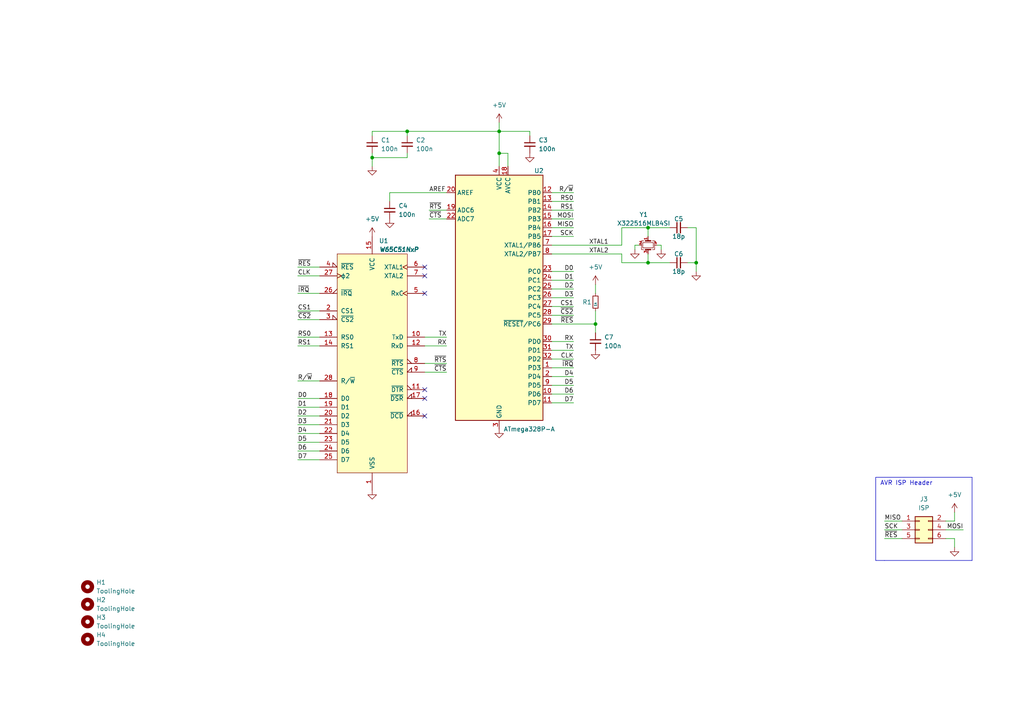
<source format=kicad_sch>
(kicad_sch (version 20230121) (generator eeschema)
  (paper "A4")
  (lib_symbols
    (symbol "65xx:W65C51NxP" (pin_names (offset 1.016))
      (property "Reference" "U" (at -10.16 33.02 0))
      (property "Value" "W65C51NxP" (at 0 0 90))
      (symbol "W65C51NxP_0_1"
        (rectangle (start -10.16 31.75) (end 10.16 -31.75) (fill (type background)))
      )
      (symbol "W65C51NxP_1_1"
        (pin power_in line (at 0 -36.83 90) (length 5.08) (name "VSS") (number "1"))
        (pin output line (at 15.24 7.62 180) (length 5.08) (name "TxD") (number "10"))
        (pin output output_low (at 15.24 -7.62 180) (length 5.08) (name "~{DTR}") (number "11"))
        (pin input line (at 15.24 5.08 180) (length 5.08) (name "RxD") (number "12"))
        (pin input line (at -15.24 7.62 0) (length 5.08) (name "RS0") (number "13"))
        (pin input line (at -15.24 5.08 0) (length 5.08) (name "RS1") (number "14"))
        (pin power_in line (at 0 36.83 270) (length 5.08) (name "VCC") (number "15"))
        (pin input input_low (at 15.24 -15.24 180) (length 5.08) (name "~{DCD}") (number "16"))
        (pin input input_low (at 15.24 -10.16 180) (length 5.08) (name "~{DSR}") (number "17"))
        (pin bidirectional line (at -15.24 -10.16 0) (length 5.08) (name "D0") (number "18"))
        (pin bidirectional line (at -15.24 -12.7 0) (length 5.08) (name "D1") (number "19"))
        (pin input line (at -15.24 15.24 0) (length 5.08) (name "CS1") (number "2"))
        (pin bidirectional line (at -15.24 -15.24 0) (length 5.08) (name "D2") (number "20"))
        (pin bidirectional line (at -15.24 -17.78 0) (length 5.08) (name "D3") (number "21"))
        (pin bidirectional line (at -15.24 -20.32 0) (length 5.08) (name "D4") (number "22"))
        (pin bidirectional line (at -15.24 -22.86 0) (length 5.08) (name "D5") (number "23"))
        (pin bidirectional line (at -15.24 -25.4 0) (length 5.08) (name "D6") (number "24"))
        (pin bidirectional line (at -15.24 -27.94 0) (length 5.08) (name "D7") (number "25"))
        (pin open_collector output_low (at -15.24 20.32 0) (length 5.08) (name "~{IRQ}") (number "26"))
        (pin input clock (at -15.24 25.4 0) (length 5.08) (name "ϕ2") (number "27"))
        (pin input line (at -15.24 -5.08 0) (length 5.08) (name "R/~{W}") (number "28"))
        (pin input input_low (at -15.24 12.7 0) (length 5.08) (name "~{CS2}") (number "3"))
        (pin input input_low (at -15.24 27.94 0) (length 5.08) (name "~{RES}") (number "4"))
        (pin bidirectional clock (at 15.24 20.32 180) (length 5.08) (name "RxC") (number "5"))
        (pin input clock (at 15.24 27.94 180) (length 5.08) (name "XTAL1") (number "6"))
        (pin output line (at 15.24 25.4 180) (length 5.08) (name "XTAL2") (number "7"))
        (pin output output_low (at 15.24 0 180) (length 5.08) (name "~{RTS}") (number "8"))
        (pin input input_low (at 15.24 -2.54 180) (length 5.08) (name "~{CTS}") (number "9"))
      )
    )
    (symbol "Connector_Generic:Conn_02x03_Odd_Even" (pin_names (offset 1.016) hide)
      (property "Reference" "J" (at 1.27 5.08 0))
      (property "Value" "Conn_02x03_Odd_Even" (at 1.27 -5.08 0))
      (symbol "Conn_02x03_Odd_Even_1_1"
        (rectangle (start -1.27 -2.413) (end 0 -2.667) (stroke (width 0.1524)))
        (rectangle (start -1.27 0.127) (end 0 -0.127) (stroke (width 0.1524)))
        (rectangle (start -1.27 2.667) (end 0 2.413) (stroke (width 0.1524)))
        (rectangle (start -1.27 3.81) (end 3.81 -3.81) (stroke (width 0.254)) (fill (type background)))
        (rectangle (start 3.81 -2.413) (end 2.54 -2.667) (stroke (width 0.1524)))
        (rectangle (start 3.81 0.127) (end 2.54 -0.127) (stroke (width 0.1524)))
        (rectangle (start 3.81 2.667) (end 2.54 2.413) (stroke (width 0.1524)))
        (pin passive line (at -5.08 2.54 0) (length 3.81) (name "Pin_1") (number "1"))
        (pin passive line (at 7.62 2.54 180) (length 3.81) (name "Pin_2") (number "2"))
        (pin passive line (at -5.08 0 0) (length 3.81) (name "Pin_3") (number "3"))
        (pin passive line (at 7.62 0 180) (length 3.81) (name "Pin_4") (number "4"))
        (pin passive line (at -5.08 -2.54 0) (length 3.81) (name "Pin_5") (number "5"))
        (pin passive line (at 7.62 -2.54 180) (length 3.81) (name "Pin_6") (number "6"))
      )
    )
    (symbol "Device:C_Small" (pin_numbers hide) (pin_names (offset 0.254) hide)
      (property "Reference" "C" (at 0.254 1.778 0))
      (property "Value" "C_Small" (at 0.254 -2.032 0))
      (symbol "C_Small_0_1"
        (polyline (pts (xy -1.524 -0.508) (xy 1.524 -0.508)) (stroke (width 0.3302)))
        (polyline (pts (xy -1.524 0.508) (xy 1.524 0.508)) (stroke (width 0.3048)))
      )
      (symbol "C_Small_1_1"
        (pin passive line (at 0 2.54 270) (length 2.032) (name "~") (number "1"))
        (pin passive line (at 0 -2.54 90) (length 2.032) (name "~") (number "2"))
      )
    )
    (symbol "Device:Crystal_GND24_Small" (pin_names (offset 1.016) hide)
      (property "Reference" "Y" (at 1.27 4.445 0))
      (property "Value" "Crystal_GND24_Small" (at 1.27 2.54 0))
      (symbol "Crystal_GND24_Small_0_1"
        (rectangle (start -0.762 -1.524) (end 0.762 1.524))
        (polyline (pts (xy -1.27 -0.762) (xy -1.27 0.762)) (stroke (width 0.381)))
        (polyline (pts (xy 1.27 -0.762) (xy 1.27 0.762)) (stroke (width 0.381)))
        (polyline (pts (xy -1.27 -1.27) (xy -1.27 -1.905) (xy 1.27 -1.905) (xy 1.27 -1.27)))
        (polyline (pts (xy -1.27 1.27) (xy -1.27 1.905) (xy 1.27 1.905) (xy 1.27 1.27)))
      )
      (symbol "Crystal_GND24_Small_1_1"
        (pin passive line (at -2.54 0 0) (length 1.27) (name "1") (number "1"))
        (pin passive line (at 0 -2.54 90) (length 0.635) (name "2") (number "2"))
        (pin passive line (at 2.54 0 180) (length 1.27) (name "3") (number "3"))
        (pin passive line (at 0 2.54 270) (length 0.635) (name "4") (number "4"))
      )
    )
    (symbol "Device:R_Small" (pin_numbers hide) (pin_names (offset 0.254) hide)
      (property "Reference" "R" (at 0.762 0.508 0))
      (property "Value" "R_Small" (at 0.762 -1.016 0))
      (symbol "R_Small_0_1"
        (rectangle (start -0.762 1.778) (end 0.762 -1.778) (stroke (width 0.2032)))
      )
      (symbol "R_Small_1_1"
        (pin passive line (at 0 2.54 270) (length 0.762) (name "~") (number "1"))
        (pin passive line (at 0 -2.54 90) (length 0.762) (name "~") (number "2"))
      )
    )
    (symbol "MCU_Microchip_ATmega:ATmega328P-A"
      (property "Reference" "U" (at -12.7 36.83 0))
      (property "Value" "ATmega328P-A" (at 2.54 -36.83 0))
      (symbol "ATmega328P-A_0_1"
        (rectangle (start -12.7 -35.56) (end 12.7 35.56) (stroke (width 0.254)) (fill (type background)))
      )
      (symbol "ATmega328P-A_1_1"
        (pin bidirectional line (at 15.24 -20.32 180) (length 2.54) (name "PD3") (number "1"))
        (pin bidirectional line (at 15.24 -27.94 180) (length 2.54) (name "PD6") (number "10"))
        (pin bidirectional line (at 15.24 -30.48 180) (length 2.54) (name "PD7") (number "11"))
        (pin bidirectional line (at 15.24 30.48 180) (length 2.54) (name "PB0") (number "12"))
        (pin bidirectional line (at 15.24 27.94 180) (length 2.54) (name "PB1") (number "13"))
        (pin bidirectional line (at 15.24 25.4 180) (length 2.54) (name "PB2") (number "14"))
        (pin bidirectional line (at 15.24 22.86 180) (length 2.54) (name "PB3") (number "15"))
        (pin bidirectional line (at 15.24 20.32 180) (length 2.54) (name "PB4") (number "16"))
        (pin bidirectional line (at 15.24 17.78 180) (length 2.54) (name "PB5") (number "17"))
        (pin power_in line (at 2.54 38.1 270) (length 2.54) (name "AVCC") (number "18"))
        (pin input line (at -15.24 25.4 0) (length 2.54) (name "ADC6") (number "19"))
        (pin bidirectional line (at 15.24 -22.86 180) (length 2.54) (name "PD4") (number "2"))
        (pin passive line (at -15.24 30.48 0) (length 2.54) (name "AREF") (number "20"))
        (pin passive line (at 0 -38.1 90) (length 2.54) hide (name "GND") (number "21"))
        (pin input line (at -15.24 22.86 0) (length 2.54) (name "ADC7") (number "22"))
        (pin bidirectional line (at 15.24 7.62 180) (length 2.54) (name "PC0") (number "23"))
        (pin bidirectional line (at 15.24 5.08 180) (length 2.54) (name "PC1") (number "24"))
        (pin bidirectional line (at 15.24 2.54 180) (length 2.54) (name "PC2") (number "25"))
        (pin bidirectional line (at 15.24 0 180) (length 2.54) (name "PC3") (number "26"))
        (pin bidirectional line (at 15.24 -2.54 180) (length 2.54) (name "PC4") (number "27"))
        (pin bidirectional line (at 15.24 -5.08 180) (length 2.54) (name "PC5") (number "28"))
        (pin bidirectional line (at 15.24 -7.62 180) (length 2.54) (name "~{RESET}/PC6") (number "29"))
        (pin power_in line (at 0 -38.1 90) (length 2.54) (name "GND") (number "3"))
        (pin bidirectional line (at 15.24 -12.7 180) (length 2.54) (name "PD0") (number "30"))
        (pin bidirectional line (at 15.24 -15.24 180) (length 2.54) (name "PD1") (number "31"))
        (pin bidirectional line (at 15.24 -17.78 180) (length 2.54) (name "PD2") (number "32"))
        (pin power_in line (at 0 38.1 270) (length 2.54) (name "VCC") (number "4"))
        (pin passive line (at 0 -38.1 90) (length 2.54) hide (name "GND") (number "5"))
        (pin passive line (at 0 38.1 270) (length 2.54) hide (name "VCC") (number "6"))
        (pin bidirectional line (at 15.24 15.24 180) (length 2.54) (name "XTAL1/PB6") (number "7"))
        (pin bidirectional line (at 15.24 12.7 180) (length 2.54) (name "XTAL2/PB7") (number "8"))
        (pin bidirectional line (at 15.24 -25.4 180) (length 2.54) (name "PD5") (number "9"))
      )
    )
    (symbol "Mechanical:MountingHole" (pin_names (offset 1.016))
      (property "Reference" "H" (at 0 5.08 0))
      (property "Value" "MountingHole" (at 0 3.175 0))
      (symbol "MountingHole_0_1"
        (circle (center 0 0) (radius 1.27) (stroke (width 1.27)))
      )
    )
    (symbol "power:+5V" (power) (pin_names (offset 0))
      (property "Value" "+5V" (at 0 3.556 0))
      (symbol "+5V_0_1"
        (polyline (pts (xy -0.762 1.27) (xy 0 2.54)))
        (polyline (pts (xy 0 0) (xy 0 2.54)))
        (polyline (pts (xy 0 2.54) (xy 0.762 1.27)))
      )
      (symbol "+5V_1_1"
        (pin power_in line (at 0 0 90) (length 0) hide (name "+5V") (number "1"))
      )
    )
    (symbol "power:GND" (power) (pin_names (offset 0))
      (property "Value" "GND" (at 0 -3.81 0))
      (symbol "GND_0_1"
        (polyline (pts (xy 0 0) (xy 0 -1.27) (xy 1.27 -1.27) (xy 0 -2.54) (xy -1.27 -1.27) (xy 0 -1.27)))
      )
      (symbol "GND_1_1"
        (pin power_in line (at 0 0 270) (length 0) hide (name "GND") (number "1"))
      )
    )
  )
  (junction (at 144.78 38.1))
  (junction (at 201.93 76.2))
  (junction (at 107.95 45.72))
  (junction (at 118.11 38.1))
  (junction (at 144.78 44.45))
  (junction (at 187.96 76.2))
  (junction (at 187.96 66.04))
  (junction (at 172.72 93.98))
  (no_connect (at 123.19 113.03))
  (no_connect (at 123.19 80.01))
  (no_connect (at 123.19 120.65))
  (no_connect (at 123.19 77.47))
  (no_connect (at 123.19 115.57))
  (no_connect (at 123.19 85.09))
  (wire (pts (xy 123.19 105.41) (xy 129.54 105.41)))
  (wire (pts (xy 172.72 93.98) (xy 172.72 96.52)))
  (wire (pts (xy 86.36 128.27) (xy 92.71 128.27)))
  (wire (pts (xy 187.96 76.2) (xy 194.31 76.2)))
  (wire (pts (xy 201.93 66.04) (xy 201.93 76.2)))
  (wire (pts (xy 160.02 81.28) (xy 166.37 81.28)))
  (wire (pts (xy 118.11 38.1) (xy 118.11 39.37)))
  (wire (pts (xy 199.39 76.2) (xy 201.93 76.2)))
  (wire (pts (xy 160.02 73.66) (xy 180.34 73.66)))
  (polyline (pts (xy 256.54 162.56) (xy 281.94 162.56)))
  (wire (pts (xy 86.36 120.65) (xy 92.71 120.65)))
  (wire (pts (xy 86.36 125.73) (xy 92.71 125.73)))
  (wire (pts (xy 187.96 66.04) (xy 194.31 66.04)))
  (wire (pts (xy 160.02 109.22) (xy 166.37 109.22)))
  (wire (pts (xy 86.36 118.11) (xy 92.71 118.11)))
  (wire (pts (xy 184.15 71.12) (xy 185.42 71.12)))
  (wire (pts (xy 160.02 68.58) (xy 166.37 68.58)))
  (wire (pts (xy 86.36 133.35) (xy 92.71 133.35)))
  (wire (pts (xy 160.02 99.06) (xy 166.37 99.06)))
  (wire (pts (xy 160.02 93.98) (xy 172.72 93.98)))
  (polyline (pts (xy 281.94 162.56) (xy 281.94 138.43)))
  (wire (pts (xy 160.02 83.82) (xy 166.37 83.82)))
  (wire (pts (xy 187.96 66.04) (xy 180.34 66.04)))
  (wire (pts (xy 118.11 38.1) (xy 144.78 38.1)))
  (wire (pts (xy 160.02 111.76) (xy 166.37 111.76)))
  (wire (pts (xy 147.32 44.45) (xy 144.78 44.45)))
  (wire (pts (xy 86.36 90.17) (xy 92.71 90.17)))
  (wire (pts (xy 86.36 85.09) (xy 92.71 85.09)))
  (wire (pts (xy 124.46 60.96) (xy 129.54 60.96)))
  (wire (pts (xy 199.39 66.04) (xy 201.93 66.04)))
  (wire (pts (xy 187.96 73.66) (xy 187.96 76.2)))
  (wire (pts (xy 113.03 55.88) (xy 113.03 58.42)))
  (wire (pts (xy 274.32 151.13) (xy 276.86 151.13)))
  (wire (pts (xy 180.34 66.04) (xy 180.34 71.12)))
  (polyline (pts (xy 254 162.56) (xy 256.54 162.56)))
  (wire (pts (xy 187.96 76.2) (xy 180.34 76.2)))
  (wire (pts (xy 187.96 68.58) (xy 187.96 66.04)))
  (wire (pts (xy 184.15 72.39) (xy 184.15 71.12)))
  (wire (pts (xy 86.36 100.33) (xy 92.71 100.33)))
  (wire (pts (xy 160.02 58.42) (xy 166.37 58.42)))
  (wire (pts (xy 118.11 45.72) (xy 107.95 45.72)))
  (wire (pts (xy 123.19 100.33) (xy 129.54 100.33)))
  (wire (pts (xy 86.36 123.19) (xy 92.71 123.19)))
  (wire (pts (xy 276.86 151.13) (xy 276.86 148.59)))
  (wire (pts (xy 191.77 72.39) (xy 191.77 71.12)))
  (wire (pts (xy 160.02 104.14) (xy 166.37 104.14)))
  (wire (pts (xy 123.19 97.79) (xy 129.54 97.79)))
  (wire (pts (xy 180.34 73.66) (xy 180.34 76.2)))
  (wire (pts (xy 107.95 44.45) (xy 107.95 45.72)))
  (wire (pts (xy 172.72 82.55) (xy 172.72 85.09)))
  (wire (pts (xy 147.32 48.26) (xy 147.32 44.45)))
  (wire (pts (xy 160.02 78.74) (xy 166.37 78.74)))
  (wire (pts (xy 256.54 151.13) (xy 261.62 151.13)))
  (wire (pts (xy 86.36 130.81) (xy 92.71 130.81)))
  (wire (pts (xy 256.54 153.67) (xy 261.62 153.67)))
  (wire (pts (xy 274.32 153.67) (xy 279.4 153.67)))
  (wire (pts (xy 160.02 66.04) (xy 166.37 66.04)))
  (wire (pts (xy 160.02 88.9) (xy 166.37 88.9)))
  (wire (pts (xy 118.11 44.45) (xy 118.11 45.72)))
  (wire (pts (xy 160.02 86.36) (xy 166.37 86.36)))
  (wire (pts (xy 144.78 38.1) (xy 144.78 44.45)))
  (wire (pts (xy 160.02 91.44) (xy 166.37 91.44)))
  (wire (pts (xy 153.67 39.37) (xy 153.67 38.1)))
  (wire (pts (xy 274.32 156.21) (xy 276.86 156.21)))
  (wire (pts (xy 86.36 110.49) (xy 92.71 110.49)))
  (wire (pts (xy 160.02 106.68) (xy 166.37 106.68)))
  (wire (pts (xy 86.36 92.71) (xy 92.71 92.71)))
  (wire (pts (xy 86.36 115.57) (xy 92.71 115.57)))
  (polyline (pts (xy 281.94 138.43) (xy 254 138.43)))
  (wire (pts (xy 160.02 116.84) (xy 166.37 116.84)))
  (wire (pts (xy 144.78 44.45) (xy 144.78 48.26)))
  (wire (pts (xy 256.54 156.21) (xy 261.62 156.21)))
  (wire (pts (xy 160.02 63.5) (xy 166.37 63.5)))
  (wire (pts (xy 86.36 77.47) (xy 92.71 77.47)))
  (wire (pts (xy 172.72 90.17) (xy 172.72 93.98)))
  (wire (pts (xy 107.95 38.1) (xy 118.11 38.1)))
  (wire (pts (xy 107.95 48.26) (xy 107.95 45.72)))
  (wire (pts (xy 113.03 55.88) (xy 129.54 55.88)))
  (wire (pts (xy 160.02 71.12) (xy 180.34 71.12)))
  (wire (pts (xy 86.36 80.01) (xy 92.71 80.01)))
  (wire (pts (xy 86.36 97.79) (xy 92.71 97.79)))
  (wire (pts (xy 124.46 63.5) (xy 129.54 63.5)))
  (polyline (pts (xy 254 138.43) (xy 254 162.56)))
  (wire (pts (xy 160.02 55.88) (xy 166.37 55.88)))
  (wire (pts (xy 201.93 76.2) (xy 201.93 78.74)))
  (wire (pts (xy 160.02 60.96) (xy 166.37 60.96)))
  (wire (pts (xy 144.78 35.56) (xy 144.78 38.1)))
  (wire (pts (xy 276.86 156.21) (xy 276.86 158.75)))
  (wire (pts (xy 123.19 107.95) (xy 129.54 107.95)))
  (wire (pts (xy 160.02 101.6) (xy 166.37 101.6)))
  (wire (pts (xy 191.77 71.12) (xy 190.5 71.12)))
  (wire (pts (xy 107.95 38.1) (xy 107.95 39.37)))
  (wire (pts (xy 160.02 114.3) (xy 166.37 114.3)))
  (wire (pts (xy 153.67 38.1) (xy 144.78 38.1)))
  (text "AVR ISP Header" (at 255.27 140.97 0) (effects (font (size 1.27 1.27)) (justify left bottom)))
  (label "D2" (at 166.37 83.82 180))
  (label "D7" (at 86.36 133.35 0))
  (label "XTAL2" (at 176.53 73.66 180))
  (label "D7" (at 166.37 116.84 180))
  (label "~{IRQ}" (at 86.36 85.09 0))
  (label "CLK" (at 86.36 80.01 0))
  (label "D6" (at 86.36 130.81 0))
  (label "MOSI" (at 279.4 153.67 180))
  (label "D0" (at 86.36 115.57 0))
  (label "D5" (at 166.37 111.76 180))
  (label "~{IRQ}" (at 166.37 106.68 180))
  (label "~{CTS}" (at 124.46 63.5 0))
  (label "~{RTS}" (at 129.54 105.41 180))
  (label "XTAL1" (at 176.53 71.12 180))
  (label "D2" (at 86.36 120.65 0))
  (label "TX" (at 129.54 97.79 180))
  (label "RS0" (at 86.36 97.79 0))
  (label "MISO" (at 166.37 66.04 180))
  (label "D0" (at 166.37 78.74 180))
  (label "SCK" (at 166.37 68.58 180))
  (label "D3" (at 86.36 123.19 0))
  (label "D3" (at 166.37 86.36 180))
  (label "~{CS2}" (at 166.37 91.44 180))
  (label "TX" (at 166.37 101.6 180))
  (label "~{RTS}" (at 124.46 60.96 0))
  (label "~{CTS}" (at 129.54 107.95 180))
  (label "D6" (at 166.37 114.3 180))
  (label "D4" (at 86.36 125.73 0))
  (label "D1" (at 86.36 118.11 0))
  (label "MISO" (at 256.54 151.13 0))
  (label "CS1" (at 86.36 90.17 0))
  (label "R{slash}~{W}" (at 86.36 110.49 0))
  (label "D4" (at 166.37 109.22 180))
  (label "R{slash}~{W}" (at 166.37 55.88 180))
  (label "D1" (at 166.37 81.28 180))
  (label "~{CS2}" (at 86.36 92.71 0))
  (label "SCK" (at 256.54 153.67 0))
  (label "CS1" (at 166.37 88.9 180))
  (label "MOSI" (at 166.37 63.5 180))
  (label "RS1" (at 166.37 60.96 180))
  (label "D5" (at 86.36 128.27 0))
  (label "~{RES}" (at 256.54 156.21 0))
  (label "AREF" (at 124.46 55.88 0))
  (label "RX" (at 166.37 99.06 180))
  (label "RS0" (at 166.37 58.42 180))
  (label "RS1" (at 86.36 100.33 0))
  (label "~{RES}" (at 166.37 93.98 180))
  (label "RX" (at 129.54 100.33 180))
  (label "CLK" (at 166.37 104.14 180))
  (label "~{RES}" (at 86.36 77.47 0))
  (symbol (lib_id "Device:C_Small") (at 172.72 99.06 0) (unit 1)
    (property "Reference" "C7" (at 175.26 97.7962 0) (effects (justify left)))
    (property "Value" "100n" (at 175.26 100.3362 0) (effects (justify left)))
    (property "Footprint" "Capacitor_SMD:C_0402_1005Metric" (effects hide))
    (property "Datasheet" "https://datasheet.lcsc.com/lcsc/1810191219_Samsung-Electro-Mechanics-CL05B104KO5NNNC_C1525.pdf" (effects hide))
    (property "Mfr" "Samsung Electro-Mechanics" (effects hide))
    (property "Mfr Part" "CL05B104KO5NNNC" (effects hide))
    (property "Sup Part" "C1525" (effects hide))
    (property "Sup" "JLCPCB" (effects hide))
  )
  (symbol (lib_id "MCU_Microchip_ATmega:ATmega328P-A") (at 144.78 86.36 0) (unit 1)
    (property "Reference" "U2" (at 154.94 49.53 0) (effects (justify left)))
    (property "Value" "ATmega328P-A" (at 146.05 124.46 0) (effects (justify left)))
    (property "Footprint" "Package_QFP:TQFP-32_7x7mm_P0.8mm" (effects hide))
    (property "Datasheet" "http://ww1.microchip.com/downloads/en/DeviceDoc/ATmega328_P%20AVR%20MCU%20with%20picoPower%20Technology%20Data%20Sheet%2040001984A.pdf" (effects hide))
    (property "Mfr" "Microchip Tech" (effects hide))
    (property "Mfr Part" "ATMEGA328P-AU" (effects hide))
    (property "Sup Part" "C14877" (effects hide))
    (property "Sup" "JLCPCB" (effects hide))
  )
  (symbol (lib_id "Device:C_Small") (at 196.85 66.04 90) (unit 1)
    (property "Reference" "C5" (at 196.85 63.5 90))
    (property "Value" "18p" (at 196.85 68.58 90))
    (property "Footprint" "Capacitor_SMD:C_0402_1005Metric" (effects hide))
    (property "Datasheet" "https://datasheet.lcsc.com/lcsc/1811141814_FH--Guangdong-Fenghua-Advanced-Tech-0402CG180J500NT_C1549.pdf" (effects hide))
    (property "Mfr" "FH (Guangdong Fenghua Advanced Tech)" (effects hide))
    (property "Mfr Part" "0402CG180J500NT" (effects hide))
    (property "Sup" "JLCPCB" (effects hide))
    (property "Sup Part" "C1549" (effects hide))
  )
  (symbol (lib_id "power:GND") (at 184.15 72.39 0) (unit 1)
    (property "Reference" "#PWR011" (effects hide))
    (property "Value" "GND" (effects hide))
  )
  (symbol (lib_id "Device:C_Small") (at 107.95 41.91 0) (unit 1)
    (property "Reference" "C1" (at 110.49 40.6462 0) (effects (justify left)))
    (property "Value" "100n" (at 110.49 43.1862 0) (effects (justify left)))
    (property "Footprint" "Capacitor_SMD:C_0402_1005Metric" (effects hide))
    (property "Datasheet" "https://datasheet.lcsc.com/lcsc/1810191219_Samsung-Electro-Mechanics-CL05B104KO5NNNC_C1525.pdf" (effects hide))
    (property "Mfr" "Samsung Electro-Mechanics" (effects hide))
    (property "Mfr Part" "CL05B104KO5NNNC" (effects hide))
    (property "Sup Part" "C1525" (effects hide))
    (property "Sup" "JLCPCB" (effects hide))
  )
  (symbol (lib_id "power:GND") (at 172.72 101.6 0) (unit 1)
    (property "Reference" "#PWR015" (effects hide))
    (property "Value" "GND" (effects hide))
  )
  (symbol (lib_id "power:GND") (at 191.77 72.39 0) (unit 1)
    (property "Reference" "#PWR012" (effects hide))
    (property "Value" "GND" (effects hide))
  )
  (symbol (lib_id "Mechanical:MountingHole") (at 25.4 175.26 0) (unit 1)
    (property "Reference" "H2" (at 27.94 173.9899 0) (effects (justify left)))
    (property "Value" "ToolingHole" (at 27.94 176.5299 0) (effects (justify left)))
    (property "Footprint" "ClockEater-Library:ToolingHole_JLCPCB" (effects hide))
  )
  (symbol (lib_id "Device:R_Small") (at 172.72 87.63 0) (unit 1)
    (property "Reference" "R1" (at 168.91 87.63 0) (effects (justify left)))
    (property "Value" "1k" (at 172.72 88.9 90) (effects (font (size 0.65 0.65)) (justify left)))
    (property "Footprint" "Resistor_SMD:R_0402_1005Metric" (effects hide))
    (property "Datasheet" "https://datasheet.lcsc.com/lcsc/2206010216_UNI-ROYAL-Uniroyal-Elec-0402WGF1001TCE_C11702.pdf" (effects hide))
    (property "Mfr" "UNI-ROYAL(Uniroyal Elec)" (effects hide))
    (property "Mfr Part" "0402WGF1001TCE" (effects hide))
    (property "Sup Part" "C11702" (effects hide))
    (property "Sup" "JLCPCB" (effects hide))
  )
  (symbol (lib_id "power:GND") (at 107.95 48.26 0) (unit 1)
    (property "Reference" "#PWR09" (effects hide))
    (property "Value" "GND" (effects hide))
  )
  (symbol (lib_id "Device:C_Small") (at 153.67 41.91 0) (unit 1)
    (property "Reference" "C3" (at 156.21 40.6462 0) (effects (justify left)))
    (property "Value" "100n" (at 156.21 43.1862 0) (effects (justify left)))
    (property "Footprint" "Capacitor_SMD:C_0402_1005Metric" (effects hide))
    (property "Datasheet" "https://datasheet.lcsc.com/lcsc/1810191219_Samsung-Electro-Mechanics-CL05B104KO5NNNC_C1525.pdf" (effects hide))
    (property "Mfr" "Samsung Electro-Mechanics" (effects hide))
    (property "Mfr Part" "CL05B104KO5NNNC" (effects hide))
    (property "Sup Part" "C1525" (effects hide))
    (property "Sup" "JLCPCB" (effects hide))
  )
  (symbol (lib_id "power:GND") (at 113.03 63.5 0) (unit 1)
    (property "Reference" "#PWR010" (effects hide))
    (property "Value" "GND" (effects hide))
  )
  (symbol (lib_id "Device:Crystal_GND24_Small") (at 187.96 71.12 270) (unit 1)
    (property "Reference" "Y1" (at 186.69 62.23 90))
    (property "Value" "X322516MLB4SI" (at 186.69 64.77 90))
    (property "Footprint" "Crystal:Crystal_SMD_EuroQuartz_MT-4Pin_3.2x2.5mm" (effects hide))
    (property "Datasheet" "https://datasheet.lcsc.com/lcsc/2103291133_Yangxing-Tech-X322516MLB4SI_C13738.pdf" (effects hide))
    (property "Mfr" "Yangxing Tech" (effects hide))
    (property "Mfr Part" "X322516MLB4SI" (effects hide))
    (property "Sup" "JLCPCB" (effects hide))
    (property "Sup Part" "C13738" (effects hide))
  )
  (symbol (lib_id "power:GND") (at 144.78 124.46 0) (unit 1)
    (property "Reference" "#PWR016" (effects hide))
    (property "Value" "GND" (effects hide))
  )
  (symbol (lib_id "Device:C_Small") (at 196.85 76.2 90) (unit 1)
    (property "Reference" "C6" (at 196.85 73.66 90))
    (property "Value" "18p" (at 196.85 78.74 90))
    (property "Footprint" "Capacitor_SMD:C_0402_1005Metric" (effects hide))
    (property "Datasheet" "https://datasheet.lcsc.com/lcsc/1811141814_FH--Guangdong-Fenghua-Advanced-Tech-0402CG180J500NT_C1549.pdf" (effects hide))
    (property "Mfr" "FH (Guangdong Fenghua Advanced Tech)" (effects hide))
    (property "Mfr Part" "0402CG180J500NT" (effects hide))
    (property "Sup" "JLCPCB" (effects hide))
    (property "Sup Part" "C1549" (effects hide))
  )
  (symbol (lib_id "power:+5V") (at 172.72 82.55 0) (unit 1)
    (property "Reference" "#PWR014" (effects hide))
    (property "Value" "+5V" (at 172.72 77.47 0))
  )
  (symbol (lib_id "Device:C_Small") (at 113.03 60.96 0) (unit 1)
    (property "Reference" "C4" (at 115.57 59.6962 0) (effects (justify left)))
    (property "Value" "100n" (at 115.57 62.2362 0) (effects (justify left)))
    (property "Footprint" "Capacitor_SMD:C_0402_1005Metric" (effects hide))
    (property "Datasheet" "https://datasheet.lcsc.com/lcsc/1810191219_Samsung-Electro-Mechanics-CL05B104KO5NNNC_C1525.pdf" (effects hide))
    (property "Mfr" "Samsung Electro-Mechanics" (effects hide))
    (property "Mfr Part" "CL05B104KO5NNNC" (effects hide))
    (property "Sup Part" "C1525" (effects hide))
    (property "Sup" "JLCPCB" (effects hide))
  )
  (symbol (lib_id "65xx:W65C51NxP") (at 107.95 105.41 0) (unit 1)
    (property "Reference" "U1" (at 109.9059 69.85 0) (effects (justify left)))
    (property "Value" "W65C51NxP" (at 109.9059 72.39 0) (effects (font bold italic) (justify left)))
    (property "Footprint" "Package_DIP:DIP-28_W15.24mm" (effects hide))
    (property "Datasheet" "http://www.westerndesigncenter.com/wdc/documentation/w65c51n.pdf" (effects hide))
  )
  (symbol (lib_id "Mechanical:MountingHole") (at 25.4 180.34 0) (unit 1)
    (property "Reference" "H3" (at 27.94 179.0699 0) (effects (justify left)))
    (property "Value" "ToolingHole" (at 27.94 181.6099 0) (effects (justify left)))
    (property "Footprint" "ClockEater-Library:ToolingHole_JLCPCB" (effects hide))
  )
  (symbol (lib_id "power:GND") (at 107.95 142.24 0) (unit 1)
    (property "Reference" "#PWR018" (effects hide))
    (property "Value" "GND" (effects hide))
  )
  (symbol (lib_id "power:GND") (at 201.93 78.74 0) (unit 1)
    (property "Reference" "#PWR013" (effects hide))
    (property "Value" "GND" (effects hide))
  )
  (symbol (lib_id "power:GND") (at 276.86 158.75 0) (unit 1)
    (property "Reference" "#PWR06" (effects hide))
    (property "Value" "GND" (effects hide))
  )
  (symbol (lib_id "Device:C_Small") (at 118.11 41.91 0) (unit 1)
    (property "Reference" "C2" (at 120.65 40.6462 0) (effects (justify left)))
    (property "Value" "100n" (at 120.65 43.1862 0) (effects (justify left)))
    (property "Footprint" "Capacitor_SMD:C_0402_1005Metric" (effects hide))
    (property "Datasheet" "https://datasheet.lcsc.com/lcsc/1810191219_Samsung-Electro-Mechanics-CL05B104KO5NNNC_C1525.pdf" (effects hide))
    (property "Mfr" "Samsung Electro-Mechanics" (effects hide))
    (property "Mfr Part" "CL05B104KO5NNNC" (effects hide))
    (property "Sup Part" "C1525" (effects hide))
    (property "Sup" "JLCPCB" (effects hide))
  )
  (symbol (lib_id "power:+5V") (at 276.86 148.59 0) (unit 1)
    (property "Reference" "#PWR05" (effects hide))
    (property "Value" "+5V" (at 276.86 143.51 0))
  )
  (symbol (lib_id "power:+5V") (at 107.95 68.58 0) (unit 1)
    (property "Reference" "#PWR017" (effects hide))
    (property "Value" "+5V" (at 107.95 63.5 0))
  )
  (symbol (lib_id "power:+5V") (at 144.78 35.56 0) (unit 1)
    (property "Reference" "#PWR07" (effects hide))
    (property "Value" "+5V" (at 144.78 30.48 0))
  )
  (symbol (lib_id "Connector_Generic:Conn_02x03_Odd_Even") (at 266.7 153.67 0) (unit 1)
    (property "Reference" "J3" (at 267.97 144.78 0))
    (property "Value" "ISP" (at 267.97 147.32 0))
    (property "Footprint" "Connector_PinHeader_2.54mm:PinHeader_2x03_P2.54mm_Vertical" (effects hide))
  )
  (symbol (lib_id "Mechanical:MountingHole") (at 25.4 170.18 0) (unit 1)
    (property "Reference" "H1" (at 27.94 168.9099 0) (effects (justify left)))
    (property "Value" "ToolingHole" (at 27.94 171.4499 0) (effects (justify left)))
    (property "Footprint" "ClockEater-Library:ToolingHole_JLCPCB" (effects hide))
  )
  (symbol (lib_id "power:GND") (at 153.67 44.45 0) (unit 1)
    (property "Reference" "#PWR08" (effects hide))
    (property "Value" "GND" (effects hide))
  )
  (symbol (lib_id "Mechanical:MountingHole") (at 25.4 185.42 0) (unit 1)
    (property "Reference" "H4" (at 27.94 184.1499 0) (effects (justify left)))
    (property "Value" "ToolingHole" (at 27.94 186.6899 0) (effects (justify left)))
    (property "Footprint" "ClockEater-Library:ToolingHole_JLCPCB" (effects hide))
  )
)
</source>
